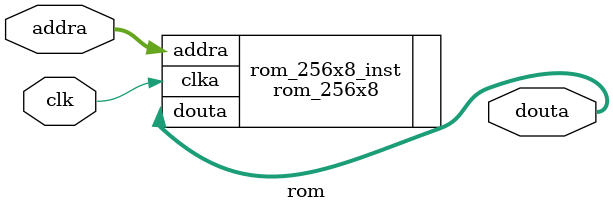
<source format=v>
`timescale 1ns / 1ns


module rom(
    input wire clk,
    input wire [7:0]    addra,

    output wire [7:0]   douta
    );

    rom_256x8 rom_256x8_inst(
        .clka (clk),
        .addra (addra),
        .douta (douta)
    );
endmodule

</source>
